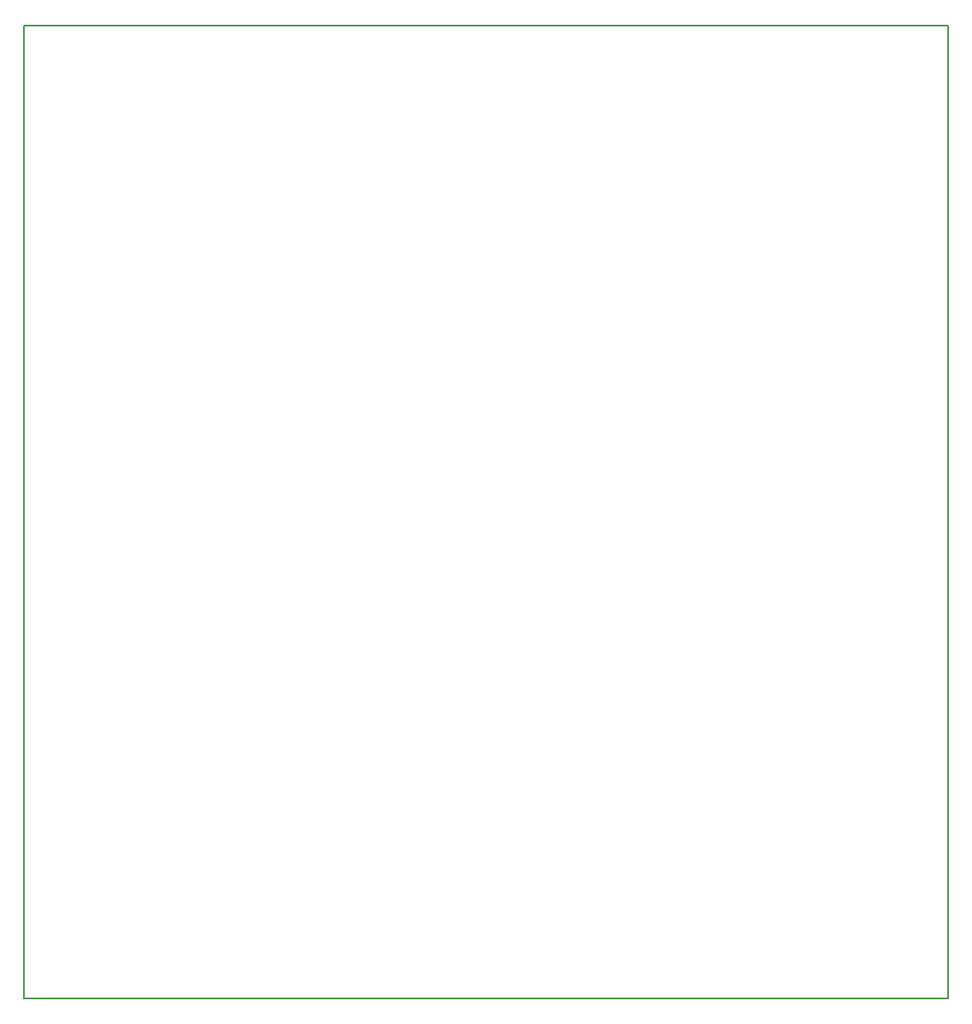
<source format=gm1>
G04 MADE WITH FRITZING*
G04 WWW.FRITZING.ORG*
G04 DOUBLE SIDED*
G04 HOLES PLATED*
G04 CONTOUR ON CENTER OF CONTOUR VECTOR*
%ASAXBY*%
%FSLAX23Y23*%
%MOIN*%
%OFA0B0*%
%SFA1.0B1.0*%
%ADD10R,3.740160X3.937010*%
%ADD11C,0.008000*%
%ADD10C,0.008*%
%LNCONTOUR*%
G90*
G70*
G54D10*
G54D11*
X4Y3933D02*
X3736Y3933D01*
X3736Y4D01*
X4Y4D01*
X4Y3933D01*
D02*
G04 End of contour*
M02*
</source>
